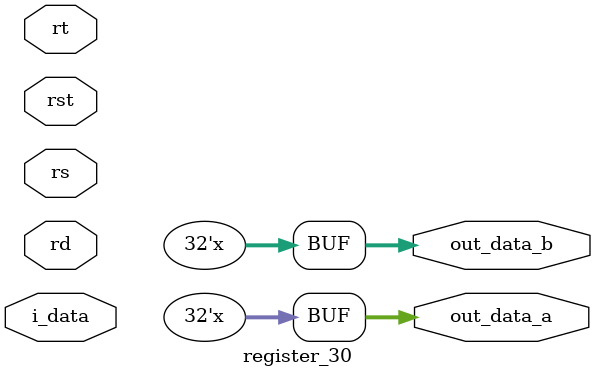
<source format=v>
`timescale 1ns / 1ps

module register_30(rst,rs,rt,rd,i_data,out_data_a,out_data_b);
input rst;
input [4:0]rs,rt,rd;
input [31:0] i_data;
output reg [31:0] out_data_a;
output reg [31:0] out_data_b;

reg [4:0]  reg_num;
reg [31:0] reg_data;

always @(*) begin
      if(rst) begin
            reg_num = 30;
      end
      else begin
          if(reg_num == rs)
               out_data_a <= reg_data;
          if(reg_num == rt)
               out_data_b <= reg_data;
          if(reg_num == rd)    
               reg_data <= i_data;
      end
      
end
endmodule

</source>
